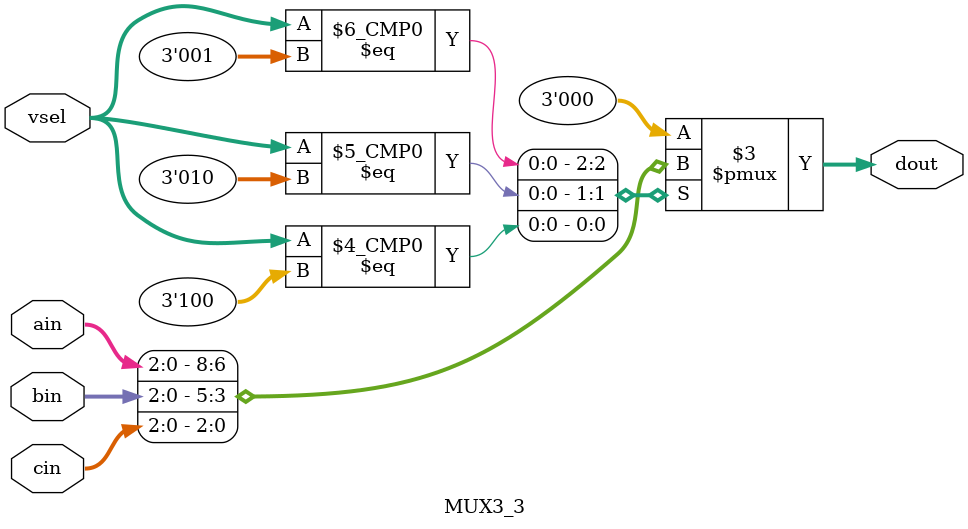
<source format=v>

module Instructdecode (in, opcode, op, ALUop, sximm5, sximm8, shift, readnum, writenum, nsel, cond);

  input [15:0] in;
  input [2:0] nsel;
  output [1:0] ALUop, shift, op; 
  output [15:0] sximm5, sximm8;
  output [2:0] readnum, writenum, opcode, cond;
  
  wire[2:0] Rn, Rd, Rm, Rout;
  wire[0:0] sign5, sign8;
  
  
  reg[15:0] sximm5, sximm8;
  
 // decoding the instructions directly bitwise
assign opcode = in[15:13];
assign op = in[12:11];
assign ALUop = in[12:11];
assign shift = in[4:3];

assign Rn = in[10:8];
assign Rd = in[7:5];
assign Rm = in[2:0];
assign cond = in[10:8];


// This MUx decodes the reg to be worked with
MUX3_3 M1(Rn, Rd, Rm, nsel, Rout);

assign readnum = Rout;
assign writenum = Rout;
assign sign5 = in[4];
assign sign8 = in[7];

// sign extensions based on the bit 5 of in
always@(*)begin
  case(sign5)
  0: sximm5 = {11'b0, in[4:0]};
  1: sximm5 = {11'b1, in[4:0]};
  default: sximm5 = 16'b0;
  endcase
end 
// sign extensions based on bit 8 of in
always@(*)begin
  case(sign8)
  0: sximm8 = {11'b0, in[7:0]};
  1: sximm8 = {11'b1, in[7:0]};
  default: sximm8 = 16'b0;
  endcase
end
endmodule 

module MUX3_3 (ain, bin, cin, vsel, dout);
  input[2:0] ain, bin, cin;
  input[2:0] vsel;
  output[2:0] dout;

  reg[2:0] dout;
  // output of MUX based on vsel
  always@(*)begin
  case(vsel)
  3'b001: dout = ain;
  3'b010: dout = bin;
  3'b100: dout = cin;
  default: dout = 3'b0;
  endcase
end
endmodule

</source>
